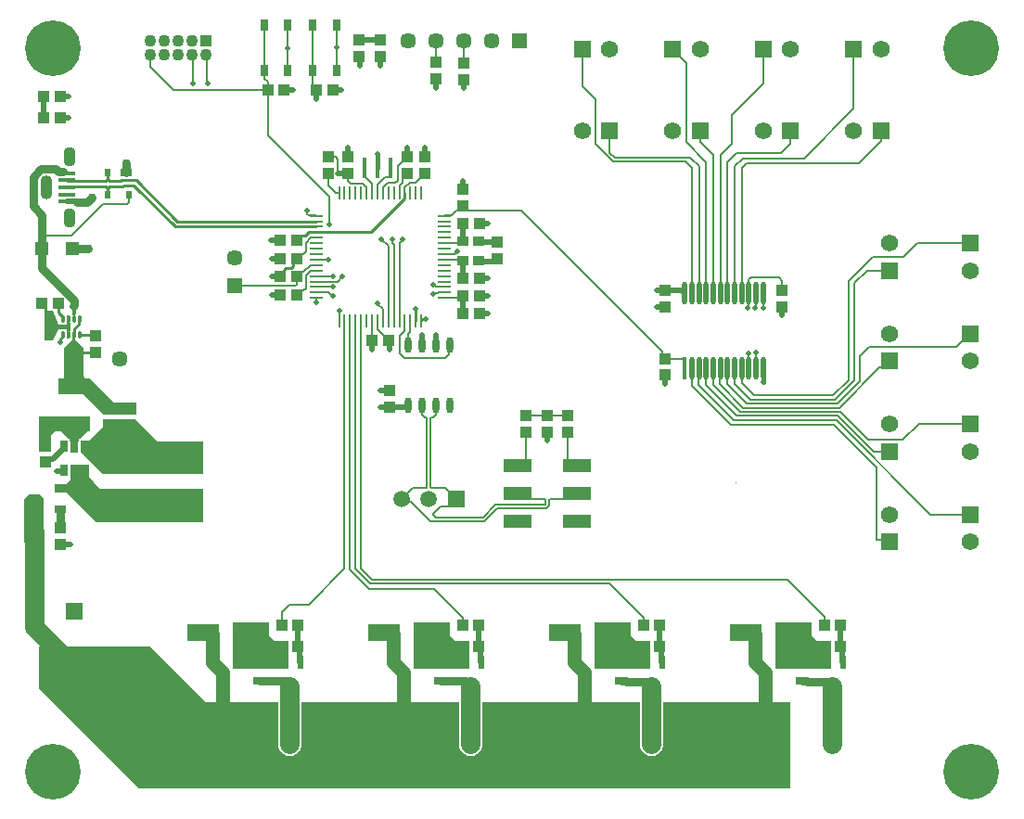
<source format=gbr>
%TF.GenerationSoftware,Altium Limited,Altium Designer,24.2.2 (26)*%
G04 Layer_Physical_Order=1*
G04 Layer_Color=255*
%FSLAX45Y45*%
%MOMM*%
%TF.SameCoordinates,CD070EA7-D628-40BE-AF17-708C1490C7C2*%
%TF.FilePolarity,Positive*%
%TF.FileFunction,Copper,L1,Top,Signal*%
%TF.Part,Single*%
G01*
G75*
%TA.AperFunction,SMDPad,CuDef*%
%ADD10R,3.00000X1.60000*%
G04:AMPARAMS|DCode=11|XSize=0.25mm|YSize=1.25mm|CornerRadius=0.0625mm|HoleSize=0mm|Usage=FLASHONLY|Rotation=0.000|XOffset=0mm|YOffset=0mm|HoleType=Round|Shape=RoundedRectangle|*
%AMROUNDEDRECTD11*
21,1,0.25000,1.12500,0,0,0.0*
21,1,0.12500,1.25000,0,0,0.0*
1,1,0.12500,0.06250,-0.56250*
1,1,0.12500,-0.06250,-0.56250*
1,1,0.12500,-0.06250,0.56250*
1,1,0.12500,0.06250,0.56250*
%
%ADD11ROUNDEDRECTD11*%
G04:AMPARAMS|DCode=12|XSize=0.25mm|YSize=1.25mm|CornerRadius=0.0625mm|HoleSize=0mm|Usage=FLASHONLY|Rotation=270.000|XOffset=0mm|YOffset=0mm|HoleType=Round|Shape=RoundedRectangle|*
%AMROUNDEDRECTD12*
21,1,0.25000,1.12500,0,0,270.0*
21,1,0.12500,1.25000,0,0,270.0*
1,1,0.12500,-0.56250,-0.06250*
1,1,0.12500,-0.56250,0.06250*
1,1,0.12500,0.56250,0.06250*
1,1,0.12500,0.56250,-0.06250*
%
%ADD12ROUNDEDRECTD12*%
G04:AMPARAMS|DCode=13|XSize=0.66mm|YSize=0.32mm|CornerRadius=0.04mm|HoleSize=0mm|Usage=FLASHONLY|Rotation=90.000|XOffset=0mm|YOffset=0mm|HoleType=Round|Shape=RoundedRectangle|*
%AMROUNDEDRECTD13*
21,1,0.66000,0.24000,0,0,90.0*
21,1,0.58000,0.32000,0,0,90.0*
1,1,0.08000,0.12000,0.29000*
1,1,0.08000,0.12000,-0.29000*
1,1,0.08000,-0.12000,-0.29000*
1,1,0.08000,-0.12000,0.29000*
%
%ADD13ROUNDEDRECTD13*%
%ADD14R,0.45493X2.05283*%
G04:AMPARAMS|DCode=15|XSize=2.05283mm|YSize=0.45493mm|CornerRadius=0.22746mm|HoleSize=0mm|Usage=FLASHONLY|Rotation=90.000|XOffset=0mm|YOffset=0mm|HoleType=Round|Shape=RoundedRectangle|*
%AMROUNDEDRECTD15*
21,1,2.05283,0.00000,0,0,90.0*
21,1,1.59790,0.45493,0,0,90.0*
1,1,0.45493,0.00000,0.79895*
1,1,0.45493,0.00000,-0.79895*
1,1,0.45493,0.00000,-0.79895*
1,1,0.45493,0.00000,0.79895*
%
%ADD15ROUNDEDRECTD15*%
%ADD16R,0.53340X1.16840*%
%ADD17R,1.21920X0.76200*%
%ADD18R,1.00000X1.02000*%
%ADD19R,0.40000X1.90000*%
%ADD20R,1.00000X0.70000*%
%ADD21R,0.60000X0.70000*%
%ADD22R,1.20000X1.20000*%
%ADD23R,1.60000X3.00000*%
%ADD24R,0.70000X1.00000*%
%ADD25R,1.50000X0.44800*%
%ADD26R,2.50000X1.20000*%
%ADD27R,0.65000X1.05000*%
%ADD28O,0.60000X1.45000*%
%ADD29R,1.02000X1.00000*%
%ADD30R,1.00000X0.97000*%
%ADD31R,1.00000X0.70000*%
%ADD32R,2.84480X1.39700*%
%TA.AperFunction,Conductor*%
%ADD33C,0.76200*%
%ADD34C,0.20320*%
%ADD35C,0.50800*%
%ADD36C,0.12700*%
%ADD37C,1.27000*%
%ADD38C,0.25400*%
%ADD39C,1.77800*%
%ADD40C,0.12979*%
%ADD41C,0.38100*%
%ADD42C,0.27940*%
%TA.AperFunction,ComponentPad*%
%ADD43C,1.10000*%
%ADD44R,1.10000X1.10000*%
%ADD45C,1.57500*%
%ADD46R,1.57500X1.57500*%
%ADD47C,1.65000*%
%ADD48R,1.65000X1.65000*%
%ADD49R,1.50800X1.50800*%
%ADD50C,1.50800*%
%ADD51C,1.45000*%
%ADD52R,1.45000X1.45000*%
%ADD53O,1.10000X1.80000*%
%ADD54O,1.10000X2.20000*%
%TA.AperFunction,ViaPad*%
%ADD55C,5.08000*%
%TA.AperFunction,ComponentPad*%
%ADD56R,1.57500X1.57500*%
%ADD57R,1.45000X1.45000*%
%ADD58R,1.65000X1.65000*%
%TA.AperFunction,ViaPad*%
%ADD59C,0.50000*%
%ADD60C,0.76200*%
G36*
X6705600Y9062720D02*
X6682740Y9039860D01*
Y9003496D01*
X6679953Y8999324D01*
X6678090Y8989960D01*
Y8989060D01*
X6651030D01*
Y8989960D01*
X6649168Y8999324D01*
X6647906Y9001211D01*
X6647761Y9001944D01*
X6647180Y9002813D01*
Y9042400D01*
X6629400Y9060180D01*
Y9085301D01*
X6644830Y9074991D01*
X6667500Y9070482D01*
X6690169Y9074991D01*
X6705600Y9085301D01*
Y9062720D01*
D02*
G37*
G36*
X6520180Y8910320D02*
X6522720Y8907780D01*
X6551102D01*
X6552560Y8907490D01*
X6576560D01*
X6578018Y8907780D01*
X6596380D01*
Y8918424D01*
X6599167Y8922596D01*
X6601030Y8931960D01*
Y8989960D01*
X6600199Y8994140D01*
X6628921D01*
X6628090Y8989960D01*
Y8931960D01*
X6629952Y8922596D01*
X6631940Y8919621D01*
Y8868751D01*
X6631619Y8867140D01*
Y8854918D01*
X6631423Y8854624D01*
X6631394Y8854482D01*
X6629952Y8852324D01*
X6628090Y8842960D01*
Y8784960D01*
X6628842Y8781176D01*
X6628578Y8780780D01*
X6600199D01*
X6601030Y8784960D01*
Y8842960D01*
X6599167Y8852324D01*
X6596380Y8856496D01*
Y8867140D01*
X6578018D01*
X6576560Y8867430D01*
X6552560D01*
X6551102Y8867140D01*
X6522720D01*
X6474460Y8760460D01*
X6393180D01*
Y9029700D01*
X6474460D01*
X6520180Y8910320D01*
D02*
G37*
G36*
X6678090Y8784960D02*
X6679953Y8775596D01*
X6680200Y8775226D01*
Y8768080D01*
X6751320Y8696960D01*
Y8519160D01*
X6573520D01*
Y8691880D01*
X6649720Y8768080D01*
Y8778373D01*
X6651030Y8784960D01*
Y8790940D01*
X6678090D01*
Y8784960D01*
D02*
G37*
G36*
X7025640Y8196580D02*
X7236460D01*
Y8082280D01*
X6941820D01*
X6753860Y8270240D01*
X6522720Y8270240D01*
Y8412480D01*
X6809740D01*
X7025640Y8196580D01*
D02*
G37*
G36*
X6812280Y7929880D02*
X6789420D01*
X6722990Y7863450D01*
X6707500D01*
Y7847960D01*
X6703060Y7843520D01*
Y7741920D01*
X6631940D01*
Y7843520D01*
X6627500Y7847960D01*
Y7863450D01*
X6612010D01*
X6545580Y7929880D01*
X6490018D01*
X6458716Y7894107D01*
X6456680Y7749540D01*
X6350000D01*
Y8064500D01*
X6357620Y8072120D01*
X6812280D01*
Y7929880D01*
D02*
G37*
G36*
X7421880Y7843520D02*
X7843520D01*
Y7541260D01*
X6926580D01*
X6725920Y7741920D01*
Y7839528D01*
X6726340Y7840157D01*
X6727079Y7843871D01*
X6730793Y7844610D01*
X6732963Y7846060D01*
X6799580D01*
X6931660Y7978140D01*
Y8039100D01*
X7228840D01*
X7421880Y7843520D01*
D02*
G37*
G36*
X12747723Y7497786D02*
Y7494862D01*
X12744798D01*
Y7497786D01*
X12741875D01*
Y7500709D01*
X12747723D01*
Y7497786D01*
D02*
G37*
G36*
X12710525Y7463045D02*
Y7461778D01*
X12709258D01*
Y7463045D01*
X12707991D01*
Y7464311D01*
X12710525D01*
Y7463045D01*
D02*
G37*
G36*
X6799580Y7514590D02*
X6896100Y7404100D01*
X7843520D01*
Y7101840D01*
X6868160D01*
X6596380Y7373620D01*
X6492240D01*
Y7447280D01*
X6593840D01*
X6631940Y7485380D01*
Y7625080D01*
X6799580D01*
Y7514590D01*
D02*
G37*
G36*
X6390640Y7317740D02*
Y6913880D01*
X6212840D01*
Y7315200D01*
X6250940Y7353300D01*
X6355080D01*
X6390640Y7317740D01*
D02*
G37*
G36*
X13398500Y6070600D02*
X13449300Y6019800D01*
X13576300D01*
Y5765800D01*
X13068300D01*
Y6184900D01*
X13398500D01*
Y6070600D01*
D02*
G37*
G36*
X11747500D02*
X11798300Y6019800D01*
X11925300D01*
Y5765800D01*
X11417300D01*
Y6184900D01*
X11747500D01*
Y6070600D01*
D02*
G37*
G36*
X10096500D02*
X10147300Y6019800D01*
X10274300D01*
Y5765800D01*
X9766300D01*
Y6184900D01*
X10096500D01*
Y6070600D01*
D02*
G37*
G36*
X8445500D02*
X8496300Y6019800D01*
X8623300D01*
Y5765800D01*
X8115300D01*
Y6184900D01*
X8445500D01*
Y6070600D01*
D02*
G37*
G36*
X7874000Y5461000D02*
X8526160D01*
Y5080000D01*
X8529903Y5051571D01*
X8540876Y5025080D01*
X8558332Y5002332D01*
X8581080Y4984876D01*
X8607571Y4973903D01*
X8636000Y4970160D01*
X8664429Y4973903D01*
X8690920Y4984876D01*
X8713668Y5002332D01*
X8731124Y5025080D01*
X8742097Y5051571D01*
X8745840Y5080000D01*
Y5461000D01*
X10177160D01*
Y5080000D01*
X10180903Y5051571D01*
X10191876Y5025080D01*
X10209332Y5002332D01*
X10232080Y4984876D01*
X10258571Y4973903D01*
X10287000Y4970160D01*
X10315429Y4973903D01*
X10341920Y4984876D01*
X10364668Y5002332D01*
X10382124Y5025080D01*
X10393097Y5051571D01*
X10396840Y5080000D01*
Y5461000D01*
X11828160D01*
Y5080000D01*
X11831903Y5051571D01*
X11842876Y5025080D01*
X11860332Y5002332D01*
X11883080Y4984876D01*
X11909571Y4973903D01*
X11938000Y4970160D01*
X11966429Y4973903D01*
X11992920Y4984876D01*
X12015668Y5002332D01*
X12033124Y5025080D01*
X12044097Y5051571D01*
X12047840Y5080000D01*
Y5461000D01*
X13208000D01*
Y4673600D01*
X7264400D01*
X6350000Y5588000D01*
Y5969000D01*
X7366000D01*
X7874000Y5461000D01*
D02*
G37*
D10*
X9495500Y6096000D02*
D03*
X9935500D02*
D03*
X13237500D02*
D03*
X12797500D02*
D03*
X7844500D02*
D03*
X8284500D02*
D03*
X11146500D02*
D03*
X11586500D02*
D03*
D11*
X9085480Y10107900D02*
D03*
X9135480D02*
D03*
X9185480D02*
D03*
X9235480D02*
D03*
X9285480D02*
D03*
X9335480D02*
D03*
X9385480D02*
D03*
X9435480D02*
D03*
X9485480D02*
D03*
X9535480D02*
D03*
X9585480D02*
D03*
X9635480D02*
D03*
X9685480D02*
D03*
X9735480D02*
D03*
X9785480D02*
D03*
X9835480D02*
D03*
Y8942900D02*
D03*
X9785480D02*
D03*
X9735480D02*
D03*
X9685480D02*
D03*
X9635480D02*
D03*
X9585480D02*
D03*
X9535480D02*
D03*
X9485480D02*
D03*
X9435480D02*
D03*
X9385480D02*
D03*
X9335480D02*
D03*
X9285480D02*
D03*
X9235480D02*
D03*
X9185480D02*
D03*
X9135480D02*
D03*
X9085480D02*
D03*
D12*
X10042980Y9900400D02*
D03*
Y9850400D02*
D03*
Y9800400D02*
D03*
Y9750400D02*
D03*
Y9700400D02*
D03*
Y9650400D02*
D03*
Y9600400D02*
D03*
Y9550400D02*
D03*
Y9500400D02*
D03*
Y9450400D02*
D03*
Y9400400D02*
D03*
Y9350400D02*
D03*
Y9300400D02*
D03*
Y9250400D02*
D03*
Y9200400D02*
D03*
Y9150400D02*
D03*
X8877980D02*
D03*
Y9200400D02*
D03*
Y9250400D02*
D03*
Y9300400D02*
D03*
Y9350400D02*
D03*
Y9400400D02*
D03*
Y9450400D02*
D03*
Y9500400D02*
D03*
Y9550400D02*
D03*
Y9600400D02*
D03*
Y9650400D02*
D03*
Y9700400D02*
D03*
Y9750400D02*
D03*
Y9800400D02*
D03*
Y9850400D02*
D03*
Y9900400D02*
D03*
D13*
X6564560Y8813960D02*
D03*
X6614560D02*
D03*
X6664560D02*
D03*
X6714560D02*
D03*
Y8960960D02*
D03*
X6664560D02*
D03*
X6614560D02*
D03*
X6564560D02*
D03*
D14*
X12240900Y8509386D02*
D03*
D15*
X12305900D02*
D03*
X12370900D02*
D03*
X12435900D02*
D03*
X12500900D02*
D03*
X12565900D02*
D03*
X12630900D02*
D03*
X12695900D02*
D03*
X12760900D02*
D03*
X12825900D02*
D03*
X12890900D02*
D03*
X12955901D02*
D03*
Y9194414D02*
D03*
X12890900D02*
D03*
X12825900D02*
D03*
X12760900D02*
D03*
X12695900D02*
D03*
X12630900D02*
D03*
X12565900D02*
D03*
X12500900D02*
D03*
X12435900D02*
D03*
X12370900D02*
D03*
X12305900D02*
D03*
X12240900D02*
D03*
D16*
X10380980Y5824220D02*
D03*
X10193020D02*
D03*
X10287000Y5605780D02*
D03*
X13682980Y5824220D02*
D03*
X13495020D02*
D03*
X13589000Y5605780D02*
D03*
X8636000D02*
D03*
X8542020Y5824220D02*
D03*
X8729980D02*
D03*
X11938000Y5605780D02*
D03*
X11844020Y5824220D02*
D03*
X12031980D02*
D03*
D17*
X9674860Y5651500D02*
D03*
X10010140D02*
D03*
X12976860D02*
D03*
X13312140D02*
D03*
X11661140D02*
D03*
X11325860D02*
D03*
X8359140D02*
D03*
X8023860D02*
D03*
D18*
X10362900Y5969000D02*
D03*
X10211100D02*
D03*
X10362900Y6159500D02*
D03*
X10211100D02*
D03*
X13664900Y5969000D02*
D03*
X13513100D02*
D03*
X13664900Y6159500D02*
D03*
X13513100D02*
D03*
X9539940Y8763000D02*
D03*
X9388140D02*
D03*
X8547100Y9677400D02*
D03*
X8698900D02*
D03*
X8547100Y9177020D02*
D03*
X8698900D02*
D03*
X8547400Y9509760D02*
D03*
X8699200D02*
D03*
X8547400Y9344660D02*
D03*
X8699200D02*
D03*
X8560100Y6159500D02*
D03*
X8711900D02*
D03*
X8560100Y5969000D02*
D03*
X8711900D02*
D03*
X11862100Y6159500D02*
D03*
X12013900D02*
D03*
X11862100Y5969000D02*
D03*
X12013900D02*
D03*
X8433100Y11049000D02*
D03*
X8584900D02*
D03*
X10216180Y9329420D02*
D03*
X10367980D02*
D03*
X10216180Y9006840D02*
D03*
X10367980D02*
D03*
X10216180Y9827260D02*
D03*
X10367980D02*
D03*
Y9166860D02*
D03*
X10216180D02*
D03*
X8877600Y11049000D02*
D03*
X9029400D02*
D03*
X6519880Y9103360D02*
D03*
X6368080D02*
D03*
X6385860Y10988040D02*
D03*
X6537660D02*
D03*
X6385860Y10797540D02*
D03*
X6537660D02*
D03*
D19*
X9316100Y10335260D02*
D03*
X9436100D02*
D03*
X9556100D02*
D03*
D20*
X7144840Y10292080D02*
D03*
D21*
X6974840D02*
D03*
Y10092080D02*
D03*
X7164840D02*
D03*
D22*
X6650320Y9601200D02*
D03*
X6370320D02*
D03*
D23*
X7157720Y7692680D02*
D03*
Y7252680D02*
D03*
X7762240D02*
D03*
Y7692680D02*
D03*
D24*
X6572500Y7793450D02*
D03*
X6667500D02*
D03*
X6762500D02*
D03*
Y7573550D02*
D03*
X6667500D02*
D03*
X6572500D02*
D03*
D25*
X6603500Y10160000D02*
D03*
Y10225000D02*
D03*
Y10095000D02*
D03*
Y10290000D02*
D03*
Y10030000D02*
D03*
D26*
X11260500Y7616000D02*
D03*
X10710500D02*
D03*
Y7116000D02*
D03*
X11260500D02*
D03*
Y7366000D02*
D03*
X10710500D02*
D03*
D27*
X9061000Y11637500D02*
D03*
Y11222500D02*
D03*
X8846000Y11637500D02*
D03*
Y11222500D02*
D03*
X8616500Y11637500D02*
D03*
Y11222500D02*
D03*
X8401500Y11637500D02*
D03*
Y11222500D02*
D03*
D28*
X9715500Y8173000D02*
D03*
X9842500D02*
D03*
X9969500D02*
D03*
X10096500D02*
D03*
X9715500Y8718000D02*
D03*
X9842500D02*
D03*
X9969500D02*
D03*
X10096500D02*
D03*
D29*
X11176000Y7925100D02*
D03*
Y8076900D02*
D03*
X10795000Y7925100D02*
D03*
Y8076900D02*
D03*
X9542780Y8150860D02*
D03*
Y8302660D02*
D03*
X10985500Y8076900D02*
D03*
Y7925100D02*
D03*
X13131799Y9070640D02*
D03*
Y9222440D02*
D03*
X12065000Y8445500D02*
D03*
Y8597300D02*
D03*
Y9222440D02*
D03*
Y9070640D02*
D03*
X10215880Y9987580D02*
D03*
Y10139380D02*
D03*
X9865360Y10289840D02*
D03*
Y10441640D02*
D03*
X9166860Y10289540D02*
D03*
Y10441340D02*
D03*
X9705340Y10289840D02*
D03*
Y10441640D02*
D03*
X8983980Y10439100D02*
D03*
Y10287300D02*
D03*
X10528300Y9507520D02*
D03*
Y9659320D02*
D03*
X9969500Y11300460D02*
D03*
Y11148660D02*
D03*
X10223500Y11295080D02*
D03*
Y11143280D02*
D03*
X9461500Y11505900D02*
D03*
Y11354100D02*
D03*
X9271000Y11505900D02*
D03*
Y11354100D02*
D03*
X6403340Y7650780D02*
D03*
Y7802580D02*
D03*
X6543040Y6904020D02*
D03*
Y7055820D02*
D03*
X7175500Y8140400D02*
D03*
Y7988600D02*
D03*
X6985000Y8140400D02*
D03*
Y7988600D02*
D03*
X6860540Y8808420D02*
D03*
Y8656620D02*
D03*
D30*
X10216040Y9664700D02*
D03*
X10363040D02*
D03*
X10216040Y9486900D02*
D03*
X10363040D02*
D03*
D31*
X6543040Y7221220D02*
D03*
Y7411220D02*
D03*
X6303040Y7316220D02*
D03*
D32*
X6667500Y8001000D02*
D03*
Y8341000D02*
D03*
D33*
X6692900Y10027810D02*
X6789310D01*
X6827520Y10066020D01*
X13566141Y5637530D02*
X13589000Y5614670D01*
Y5605780D02*
Y5614670D01*
X13312140Y5651500D02*
X13357318D01*
X13358401Y5650417D01*
X13557249Y5637530D02*
X13566141D01*
X13358401Y5650417D02*
X13544363D01*
X13557249Y5637530D01*
X11707402Y5650417D02*
X11893363D01*
X11906250Y5637530D01*
X11915140D02*
X11938000Y5614670D01*
Y5605780D02*
Y5614670D01*
X11661140Y5651500D02*
X11706318D01*
X11707402Y5650417D01*
X11906250Y5637530D02*
X11915140D01*
X10266680Y5626100D02*
X10275570D01*
X10287000Y5605780D02*
Y5614670D01*
X10010140Y5651500D02*
X10241280D01*
X10266680Y5626100D01*
X10275570D02*
X10287000Y5614670D01*
X6667500Y9080500D02*
Y9129720D01*
X6499400Y10328100D02*
X6521800Y10305700D01*
X6366652Y10328100D02*
X6499400D01*
X6521800Y10305700D02*
X6566600D01*
X6353417Y10316900D02*
X6355453D01*
X6291580Y10255063D02*
X6353417Y10316900D01*
X6355453D02*
X6366652Y10328100D01*
X6291580Y9986254D02*
Y10255063D01*
X8359140Y5651500D02*
X8599170D01*
X8636000Y5614670D01*
Y5605780D02*
Y5614670D01*
X6370320Y9720580D02*
Y9907514D01*
Y9601200D02*
Y9720580D01*
X7145020Y10292260D02*
Y10380980D01*
X7144840Y10292080D02*
X7145020Y10292260D01*
X6650320Y9601200D02*
X6797040D01*
X6370320Y9426900D02*
X6667500Y9129720D01*
X6370320Y9426900D02*
Y9601200D01*
X6291580Y9986254D02*
X6370320Y9907514D01*
X6543040Y7055820D02*
Y7195820D01*
D34*
X12890900Y8509386D02*
X12891969Y8510456D01*
Y8655250D01*
X12893040Y8656320D01*
X8794079Y9914643D02*
Y9951121D01*
Y9914643D02*
X8805982Y9902740D01*
X8875640D01*
X8877980Y9900400D01*
X8560100Y6281720D02*
X8630920Y6352540D01*
X8809460D01*
X9135480Y6678560D01*
Y8942900D01*
X8560100Y6159500D02*
Y6281720D01*
X9636760Y8646160D02*
X9685020Y8597900D01*
X10050780D02*
X10089994Y8637114D01*
X9685020Y8597900D02*
X10050780D01*
X9636760Y8801046D02*
X9672374Y8836660D01*
X9636760Y8646160D02*
Y8801046D01*
X9673577Y8836660D02*
X9685480Y8848563D01*
Y8942900D01*
X9672374Y8836660D02*
X9673577D01*
X10089994Y8711494D02*
X10096500Y8718000D01*
X10089994Y8637114D02*
Y8711494D01*
X9715500Y8718000D02*
Y8818880D01*
X9735480Y8838860D01*
X12847321Y9339580D02*
X13098779D01*
X13131799Y9306560D01*
Y9222440D02*
Y9306560D01*
X12822229Y9190743D02*
X12825900Y9194414D01*
Y9318160D01*
X12847321Y9339580D01*
X8846000Y11080600D02*
Y11222500D01*
Y11080600D02*
X8877600Y11049000D01*
X8846000Y11222500D02*
Y11637500D01*
X9060180Y11223320D02*
X9061000Y11222500D01*
X9060180Y11223320D02*
Y11437620D01*
Y11636680D02*
X9061000Y11637500D01*
X9060180Y11437620D02*
Y11636680D01*
X8615680Y11223320D02*
X8616500Y11222500D01*
X8615680Y11223320D02*
Y11427460D01*
Y11636680D01*
X8616500Y11637500D01*
X9571850Y9648330D02*
Y9683890D01*
Y9648330D02*
X9585480Y9634700D01*
X9570720Y9685020D02*
X9571850Y9683890D01*
X9585480Y8942900D02*
Y9634700D01*
X9474200Y9687560D02*
X9535480Y9626280D01*
Y8942900D02*
Y9626280D01*
X9635480Y9647769D02*
X9664700Y9676989D01*
Y9685020D01*
X9635480Y8942900D02*
Y9647769D01*
X9438640Y9095329D02*
X9485480Y9048489D01*
X9438640Y9095329D02*
Y9103360D01*
X9485480Y8942900D02*
Y9048489D01*
X8401500Y11222500D02*
Y11637500D01*
X8433100Y10637220D02*
Y11049000D01*
Y10637220D02*
X8996680Y10073640D01*
Y9822180D02*
Y10073640D01*
X7366000Y11259820D02*
Y11366500D01*
X7576820Y11049000D02*
X8433100D01*
X7366000Y11259820D02*
X7576820Y11049000D01*
X8433100D02*
Y11122360D01*
X8404037Y11151423D02*
X8433100Y11122360D01*
X8401500Y11222500D02*
X8404037Y11219963D01*
Y11151423D02*
Y11219963D01*
X8990730Y9501270D02*
X8991600Y9502140D01*
X8877980Y9500400D02*
X8878850Y9501270D01*
X8990730D01*
X7874000Y11366500D02*
X7879080Y11361420D01*
Y11115040D02*
Y11361420D01*
Y11115040D02*
X7884160Y11109960D01*
X7749540Y11112500D02*
Y11363960D01*
Y11112500D02*
X7752080Y11109960D01*
X7747000Y11366500D02*
X7749540Y11363960D01*
X8877980Y9200400D02*
X8990669D01*
X9021669Y9169400D02*
X9029700D01*
X8990669Y9200400D02*
X9021669Y9169400D01*
X9075420Y10289540D02*
Y10416540D01*
X9052860Y10439100D02*
X9075420Y10416540D01*
X9968091Y9198060D02*
X9990640D01*
X9992980Y9200400D01*
X9946640Y9184640D02*
X9954671D01*
X9968091Y9198060D01*
X9992980Y9200400D02*
X10042980D01*
X9970391Y9252740D02*
X10040640D01*
X9954671Y9268460D02*
X9970391Y9252740D01*
X9946640Y9268460D02*
X9954671D01*
X10040640Y9252740D02*
X10042980Y9250400D01*
X8874760Y9105900D02*
Y9148060D01*
X8877100Y9150400D02*
X8877980D01*
X8874760Y9148060D02*
X8877100Y9150400D01*
X9085530Y8942950D02*
Y9034730D01*
X9085480Y8942900D02*
X9085530Y8942950D01*
Y9034730D02*
X9085580Y9034780D01*
X12822229Y9064673D02*
Y9190743D01*
X12818558Y9061002D02*
X12822229Y9064673D01*
X12885420Y9060180D02*
X12888161Y9062920D01*
Y9191674D01*
X12890900Y9194414D01*
X12824460Y8641080D02*
X12825180Y8640360D01*
Y8510106D02*
Y8640360D01*
Y8510106D02*
X12825900Y8509386D01*
X9072571Y9300400D02*
X9118600Y9346429D01*
Y9347200D01*
X9028630Y9251470D02*
X9029700Y9252540D01*
X8877980Y9250400D02*
X8879050Y9251470D01*
X9028630D01*
X12956219Y9060500D02*
X12956540Y9060180D01*
X12955901Y9194414D02*
X12956219Y9194094D01*
Y9060500D02*
Y9194094D01*
X8877980Y9300400D02*
X9072571D01*
X9028630Y9349330D02*
X9029700Y9348260D01*
X8877980Y9350400D02*
X8879050Y9349330D01*
X9028630D01*
X9435480Y10107900D02*
Y10182240D01*
X9503660Y10250420D01*
X9546260D01*
X9385480Y10107900D02*
Y10190880D01*
X9325940Y10250420D02*
X9385480Y10190880D01*
X10223500Y11295080D02*
Y11493500D01*
X9969500Y11300460D02*
Y11493500D01*
X10134859Y9552740D02*
X10155379Y9573260D01*
X10045320Y9552740D02*
X10134859D01*
X10155379Y9573260D02*
X10163410D01*
X10042980Y9550400D02*
X10045320Y9552740D01*
X9359311Y6497320D02*
X9949180D01*
X9185480Y6671151D02*
X9359311Y6497320D01*
X9949180D02*
X10211100Y6235400D01*
X11551920Y6540500D02*
X11862100Y6230320D01*
X9372680Y6540500D02*
X11551920D01*
X9235480Y6677700D02*
X9372680Y6540500D01*
X9285480Y6683500D02*
X9387840Y6581140D01*
X13174980D02*
X13513100Y6243020D01*
X9387840Y6581140D02*
X13174980D01*
X9285480Y6683500D02*
Y8942900D01*
X9235480Y6677700D02*
Y8942900D01*
X9185480Y6671151D02*
Y8942900D01*
X10211100Y6159500D02*
Y6235400D01*
X11862100Y6159500D02*
Y6230320D01*
X13513100Y6159500D02*
Y6243020D01*
X10199720Y9150400D02*
X10216180Y9166860D01*
X10042980Y9150400D02*
X10199720D01*
X10042980Y9500400D02*
X10202540D01*
X10216040Y9486900D01*
X10201740Y9650400D02*
X10216040Y9664700D01*
X10042980Y9650400D02*
X10201740D01*
X9325940Y10250420D02*
Y10325420D01*
X9316100Y10335260D02*
X9325940Y10325420D01*
X9546260Y10250420D02*
X9556100Y10260260D01*
Y10335260D01*
X9596120Y10198100D02*
X9618980Y10220960D01*
Y10356280D02*
X9704340Y10441640D01*
X9618980Y10220960D02*
Y10356280D01*
X9485480Y10157900D02*
X9525680Y10198100D01*
X9596120D01*
X9704340Y10441640D02*
X9705340D01*
X9485480Y10107900D02*
Y10157900D01*
X9732700Y10205120D02*
X9779640D01*
X9864360Y10289840D02*
X9865360D01*
X9779640Y10205120D02*
X9864360Y10289840D01*
X9685480Y10157900D02*
X9732700Y10205120D01*
X9685480Y10107900D02*
Y10157900D01*
X9636760Y10177780D02*
X9664500Y10205520D01*
Y10250000D01*
X9635480Y10107900D02*
X9636760Y10109180D01*
Y10177780D01*
X9664500Y10250000D02*
X9704340Y10289840D01*
X9705340D01*
X8983980Y10180557D02*
X9054403Y10110134D01*
X9083245D01*
X9085480Y10107900D01*
X8983980Y10180557D02*
Y10287300D01*
Y10439100D02*
X9052860D01*
X9333140Y10110240D02*
Y10160240D01*
X9194003Y10189450D02*
X9303930D01*
X9333140Y10110240D02*
X9335480Y10107900D01*
X9303930Y10189450D02*
X9333140Y10160240D01*
X9166860Y10216593D02*
X9194003Y10189450D01*
X9166860Y10216593D02*
Y10289540D01*
X9735480Y8838860D02*
Y8942900D01*
X9385480Y8765660D02*
X9388140Y8763000D01*
X9435480Y8867460D02*
X9499100Y8803840D01*
X9539940Y8763000D02*
Y8764000D01*
X9500100Y8803840D02*
X9539940Y8764000D01*
X9499100Y8803840D02*
X9500100D01*
X9435480Y8867460D02*
Y8942900D01*
X9385480Y8765660D02*
Y8942900D01*
X8763000Y9217660D02*
X8782190Y9236850D01*
X8698900Y9177820D02*
X8738740Y9217660D01*
X8782190Y9236850D02*
Y9354610D01*
X8738740Y9217660D02*
X8763000D01*
X8698900Y9177020D02*
Y9177820D01*
X8699200Y9510760D02*
X8739040Y9550600D01*
X8760660D02*
X8782340Y9572280D01*
X8699200Y9509760D02*
Y9510760D01*
X8739040Y9550600D02*
X8760660D01*
X8782340Y9572280D02*
Y9654760D01*
X8782190Y9354610D02*
X8827980Y9400400D01*
X8877980D01*
X8130540Y9258300D02*
X8133080Y9260840D01*
X8686200D01*
X8699200Y9273840D01*
Y9344660D01*
X8739040Y9385500D02*
X8763080D01*
X8699200Y9345660D02*
X8739040Y9385500D01*
X8827980Y9450400D02*
X8877980D01*
X8763080Y9385500D02*
X8827980Y9450400D01*
X8699200Y9344660D02*
Y9345660D01*
X8782340Y9654760D02*
X8827980Y9700400D01*
X8877980D01*
X6370320Y9720580D02*
X6644640D01*
X6934200Y10010140D02*
X7152937D01*
X6644640Y9720580D02*
X6934200Y10010140D01*
X7164840Y10022043D02*
Y10092080D01*
X7152937Y10010140D02*
X7164840Y10022043D01*
D35*
X8465820Y9677400D02*
X8547100D01*
X9539940Y8763000D02*
X9545320Y8757620D01*
Y8676640D02*
Y8757620D01*
X13681709Y5825490D02*
Y5952190D01*
X13664900Y5969000D02*
Y6159500D01*
X12030710Y5825490D02*
Y5952190D01*
X12013900Y5969000D02*
Y6159500D01*
X10379710Y5825490D02*
Y5952190D01*
X10362900Y5969000D02*
Y6159500D01*
X8711900Y5969000D02*
Y6159500D01*
X8728710Y5825490D02*
Y5952190D01*
X8711900Y5969000D02*
X8728710Y5952190D01*
Y5825490D02*
X8729980Y5824220D01*
X12065000Y8366760D02*
Y8445500D01*
X10213340Y10141920D02*
X10215880Y10139380D01*
X10213340Y10141920D02*
Y10218420D01*
X12065000Y9222440D02*
X12212874D01*
X12240900Y9194414D01*
X11983720Y9070340D02*
X12064700D01*
X12065000Y9070640D01*
X11983720Y9220200D02*
X12062760D01*
X12065000Y9222440D01*
X9271000Y11505900D02*
X9461500D01*
X9273540Y11272520D02*
Y11351560D01*
X9271000Y11354100D02*
X9273540Y11351560D01*
X9458960D02*
X9461500Y11354100D01*
X9458960Y11269980D02*
Y11351560D01*
X8584900Y11049000D02*
X8587440Y11046460D01*
X8663940D01*
X9031940D02*
X9108440D01*
X9029400Y11049000D02*
X9031940Y11046460D01*
X8879840Y10967720D02*
Y11046760D01*
X8877600Y11049000D02*
X8879840Y11046760D01*
X10223500Y11064240D02*
Y11143280D01*
X9075420Y10289540D02*
X9166860D01*
X13131799Y8989060D02*
Y9070640D01*
X9842500Y8718000D02*
Y8815870D01*
X9969500Y8718000D02*
Y8815870D01*
X10367980Y9006840D02*
X10447020D01*
X9969500Y11066780D02*
Y11148660D01*
X6385860Y10797540D02*
Y10988040D01*
X6537660Y10797540D02*
X6616700D01*
X6540200Y10985500D02*
X6616700D01*
X6537660Y10988040D02*
X6540200Y10985500D01*
X10216180Y9006840D02*
Y9166860D01*
X10216110Y9329490D02*
Y9486830D01*
X10216040Y9486900D02*
X10216110Y9486830D01*
Y9329490D02*
X10216180Y9329420D01*
X10365730Y9662010D02*
X10525610D01*
X10363040Y9664700D02*
X10365730Y9662010D01*
X10525610D02*
X10528300Y9659320D01*
X10216110Y9664770D02*
Y9827190D01*
X10216180Y9827260D01*
X10216040Y9664700D02*
X10216110Y9664770D01*
X10985500Y7846060D02*
Y7925100D01*
X10367980Y9166860D02*
X10447020D01*
X10367980Y9827260D02*
X10447020D01*
X10505140Y9484360D02*
X10528300Y9507520D01*
X10444480Y9484360D02*
X10505140D01*
X10365580D02*
X10444480D01*
X10363040Y9486900D02*
X10365580Y9484360D01*
X10367980Y9329420D02*
X10447020D01*
X9865360Y10441640D02*
Y10520680D01*
X9705340Y10441640D02*
Y10520680D01*
X9166860Y10441340D02*
Y10520680D01*
X9715500Y8155110D02*
Y8173000D01*
X9542780Y8150860D02*
X9711250D01*
X9715500Y8155110D01*
X9461500Y8150860D02*
X9542780D01*
X9461500Y8303260D02*
X9542180D01*
X9542780Y8302660D01*
X9385300Y8676640D02*
Y8760160D01*
X9388140Y8763000D01*
X8468360Y9509760D02*
X8547400D01*
X8468360Y9177020D02*
X8547100D01*
X8468360Y9344660D02*
X8547400D01*
X6603500Y10030000D02*
X6603960Y10030460D01*
X6675120D01*
X6543040Y6904020D02*
X6543340Y6903720D01*
X6637020D01*
X6504940Y7569200D02*
X6568150D01*
X6572500Y7573550D01*
X6403340Y7650780D02*
X6427940Y7675380D01*
X6572500Y7778450D02*
Y7793450D01*
X6469430Y7675380D02*
X6572500Y7778450D01*
X6427940Y7675380D02*
X6469430D01*
D36*
X12689840Y8034020D02*
X13624561D01*
X14485080Y7173500D01*
X14848000D01*
X6662420Y8592820D02*
X6663490Y8593890D01*
Y8812890D01*
X6664560Y8813960D01*
X6667500Y8963900D02*
Y9080500D01*
X6664560Y8960960D02*
X6667500Y8963900D01*
X12760900Y8371900D02*
Y8509386D01*
X12872720Y8260080D02*
X13596620D01*
X12760900Y8371900D02*
X12872720Y8260080D01*
X13632179Y8186420D02*
X13838010Y8392250D01*
X12630900Y8362200D02*
X12806680Y8186420D01*
X13632179D01*
X12839700Y8219440D02*
X13614400D01*
X13789661Y8394700D01*
X12695900Y8363240D02*
X12839700Y8219440D01*
X13596620Y8260080D02*
X13736320Y8399780D01*
Y9304020D01*
X13789661Y8394700D02*
Y9283700D01*
X13838010Y8392250D02*
Y8615770D01*
X12562840Y8361680D02*
X12776200Y8148320D01*
X13652499D01*
X14046959Y8513459D02*
X14108000Y8574500D01*
X13652499Y8148320D02*
X14017639Y8513459D01*
X14046959D01*
X14723000Y8699500D02*
X14848000Y8824500D01*
X13838010Y8615770D02*
X13921741Y8699500D01*
X14723000D01*
X13599159Y7993380D02*
X13990860Y7601680D01*
Y6946180D02*
X13998300Y6938740D01*
X14092760D02*
X14108000Y6923500D01*
X13998300Y6938740D02*
X14092760D01*
X13990860Y6946180D02*
Y7601680D01*
X12305900Y8346840D02*
X12659360Y7993380D01*
X13599159D01*
X14232040Y7854100D02*
X14376939Y7999000D01*
X13913699Y7854100D02*
X14232040D01*
X14376939Y7999000D02*
X14848000D01*
X12500900Y8355040D02*
X12745720Y8110220D01*
X13657581D02*
X13913699Y7854100D01*
X12745720Y8110220D02*
X13657581D01*
X13637260Y8074660D02*
X13962920Y7749000D01*
X12435900Y8354000D02*
X12715240Y8074660D01*
X13637260D01*
X12367260Y8356600D02*
X12689840Y8034020D01*
X12760900Y9194414D02*
Y10335320D01*
X12804021Y10378440D01*
X13830299D01*
X12695900Y9194414D02*
Y10351480D01*
X12768580Y10424160D01*
X13329919D01*
X12630900Y10386580D02*
X12714200Y10469880D01*
X12630900Y9194414D02*
Y10386580D01*
X12714200Y10469880D02*
X13035280D01*
X12565900Y9194414D02*
Y10456660D01*
X12666980Y10557740D01*
Y10822940D01*
X12956000Y11111960D01*
X12435900Y9194414D02*
Y10391080D01*
X12255500Y10571480D02*
X12435900Y10391080D01*
X12255500Y10571480D02*
Y11294000D01*
X11600180Y10431780D02*
X12291060D01*
X12370900Y10351940D01*
Y9194414D02*
Y10351940D01*
X11555000Y10476960D02*
X11600180Y10431780D01*
X11422380Y10558780D02*
Y10965180D01*
X11584940Y10396220D02*
X12250420D01*
X11422380Y10558780D02*
X11584940Y10396220D01*
X11555000Y10476960D02*
Y10679000D01*
X12500900Y9194414D02*
Y10453080D01*
X12380500Y10573480D02*
X12500900Y10453080D01*
X12380500Y10573480D02*
Y10679000D01*
X12250420Y10396220D02*
X12305900Y10340740D01*
Y9194414D02*
Y10340740D01*
X11305000Y11082560D02*
X11422380Y10965180D01*
X11305000Y11082560D02*
Y11419000D01*
X12130500D02*
X12255500Y11294000D01*
X12956000Y11111960D02*
Y11419000D01*
X13119099Y10469880D02*
X13206000Y10556780D01*
X13035280Y10469880D02*
X13035280Y10469880D01*
X13119099D01*
X13206000Y10556780D02*
Y10679000D01*
X13329919Y10424160D02*
X13781500Y10875740D01*
Y11419000D01*
X13830299Y10378440D02*
X14031500Y10579640D01*
Y10679000D01*
X13962920Y7749000D02*
X14108000D01*
X13905960Y9400000D02*
X14108000D01*
X13789661Y9283700D02*
X13905960Y9400000D01*
X13736320Y9304020D02*
X13957300Y9525000D01*
X14237910D02*
X14362910Y9650000D01*
X13957300Y9525000D02*
X14237910D01*
X12305900Y8346840D02*
Y8509386D01*
X12367260Y8356600D02*
Y8505746D01*
X12435900Y8354000D02*
Y8509386D01*
X12500900Y8355040D02*
Y8509386D01*
X12562840Y8361680D02*
Y8506326D01*
X12565900Y8509386D01*
X12367260Y8505746D02*
X12370900Y8509386D01*
X12630900Y8362200D02*
Y8509386D01*
X12695900Y8363240D02*
Y8509386D01*
X14362910Y9650000D02*
X14848000D01*
D37*
X9674860Y5299710D02*
Y5732640D01*
X8023860Y5651500D02*
Y5732640D01*
X12976860Y5299710D02*
Y5732640D01*
X11325860Y5299710D02*
Y5732640D01*
X8023860Y5299710D02*
Y5651500D01*
X12884000Y5825500D02*
Y6079500D01*
Y5825500D02*
X12976860Y5732640D01*
X11233000Y5825500D02*
Y6079500D01*
Y5825500D02*
X11325860Y5732640D01*
X9582000Y5825500D02*
Y6079500D01*
Y5825500D02*
X9674860Y5732640D01*
X7931000Y5825500D02*
X8023860Y5732640D01*
X7844500Y6096000D02*
X7914500D01*
X7931000Y5825500D02*
Y6079500D01*
X7914500Y6096000D02*
X7931000Y6079500D01*
D38*
X9785280Y8943100D02*
Y9046280D01*
Y8943100D02*
X9785480Y8942900D01*
X9784080Y9047480D02*
X9785280Y9046280D01*
X9835480Y8960520D02*
X9835680Y8960720D01*
X9875520D01*
X9835480Y8942900D02*
Y8960520D01*
X6725920Y8661400D02*
X6730700Y8656620D01*
X6860540D01*
X8661900Y9472460D02*
X8699200Y9509760D01*
X8599579Y9423400D02*
X8646521D01*
X8661900Y9438779D02*
Y9472460D01*
X8646521Y9423400D02*
X8661900Y9438779D01*
X8584700Y9381960D02*
Y9408521D01*
X8599579Y9423400D01*
X8547400Y9344660D02*
X8584700Y9381960D01*
X9685280Y10055830D02*
Y10107700D01*
X9379850Y9750400D02*
X9685280Y10055830D01*
X8877980Y9750400D02*
X9379850D01*
X9685280Y10107700D02*
X9685480Y10107900D01*
X8698900Y9677400D02*
Y9678200D01*
X8736200Y9715500D01*
X8778240D01*
X8813140Y9750400D01*
X8877980D01*
X6664560Y8813960D02*
X6664960Y8814360D01*
Y8867140D01*
X6405380Y9030200D02*
Y9066060D01*
Y9030200D02*
X6413500Y9022080D01*
X6368080Y9103360D02*
X6405380Y9066060D01*
X6519880Y9103360D02*
X6525260Y9097980D01*
X6564560Y8960960D02*
Y8977960D01*
X6525260Y9017260D02*
X6564560Y8977960D01*
X6525260Y9017260D02*
Y9097980D01*
X6561260Y8810660D02*
X6564560Y8813960D01*
X6542667Y8775067D02*
X6561260Y8793660D01*
X6542667Y8749927D02*
Y8775067D01*
X6561260Y8793660D02*
Y8810660D01*
X6537960Y8745220D02*
X6542667Y8749927D01*
X6717560Y8810960D02*
X6858000D01*
X6714560Y8813960D02*
X6717560Y8810960D01*
X6711260Y8959000D02*
X6717860Y8965600D01*
X6711260Y8913440D02*
Y8959000D01*
X6664960Y8867140D02*
X6711260Y8913440D01*
D39*
X13589000Y5080000D02*
Y5605780D01*
X11938000Y5080000D02*
Y5605780D01*
X10287000Y5080000D02*
Y5605780D01*
X6301740Y6144260D02*
X6667500Y5778500D01*
X8636000Y5080000D02*
Y5605780D01*
X6301740Y6144260D02*
Y7015480D01*
X6662420Y8416290D02*
Y8592820D01*
Y8416290D02*
X6666230Y8412480D01*
D40*
X12036754Y8625546D02*
X12065000Y8597300D01*
X10751850Y9944070D02*
X12036754Y8659166D01*
X10259390Y9944070D02*
X10751850D01*
X12036754Y8625546D02*
Y8659166D01*
X12065000Y8597300D02*
X12224643D01*
X10045317Y9902737D02*
X10113557D01*
X10042980Y9900400D02*
X10045317Y9902737D01*
X10113557D02*
X10154890Y9944070D01*
X10172370D01*
X10215880Y9987580D01*
X10259390Y9944070D01*
X12240900Y8509386D02*
Y8581043D01*
X12224643Y8597300D02*
X12240900Y8581043D01*
X10411460Y7109460D02*
X10528300Y7226300D01*
X9680773Y7288727D02*
X9739433D01*
X9947761Y7167659D02*
X9971898Y7143521D01*
X9947761Y7178411D02*
X10013939Y7244590D01*
X9971898Y7143521D02*
X10397351D01*
X9656000Y7313500D02*
X9680773Y7288727D01*
X9918700Y7109460D02*
X10411460D01*
X9947761Y7167659D02*
Y7178411D01*
X10397351Y7143521D02*
X10514191Y7260361D01*
X9739433Y7288727D02*
X9918700Y7109460D01*
X10985500Y8076900D02*
X11176000D01*
X10795000D02*
X10985500D01*
X11229510Y7616000D02*
X11260500D01*
X11176000Y7669510D02*
Y7925100D01*
Y7669510D02*
X11229510Y7616000D01*
X10710500D02*
X10741490D01*
X10795000Y7669510D01*
Y7925100D01*
X11002531Y7253856D02*
Y7304886D01*
X10514191Y7260361D02*
X10960866D01*
X10968469Y7267965D01*
X10528300Y7226300D02*
X10974975D01*
X11002531Y7253856D01*
X10968469Y7267965D02*
Y7304886D01*
X10764010Y7312490D02*
X10960866D01*
X10968469Y7304886D01*
X11010134Y7312490D02*
X11206990D01*
X11002531Y7304886D02*
X11010134Y7312490D01*
X9864221Y8061866D02*
X9881366D01*
X9888969Y8054262D01*
X9842500Y8083586D02*
Y8109500D01*
Y8083586D02*
X9864221Y8061866D01*
X9881366Y7415390D02*
X9888969Y7422993D01*
Y8054262D01*
X9757890Y7415390D02*
X9881366D01*
X9656000Y7313500D02*
X9757890Y7415390D01*
X9969500Y8083586D02*
Y8109500D01*
X9947779Y8061866D02*
X9969500Y8083586D01*
X10054110Y7415390D02*
X10156000Y7313500D01*
X9930634Y8061866D02*
X9947779D01*
X9923031Y8054262D02*
X9930634Y8061866D01*
X9923031Y7422993D02*
X9930634Y7415390D01*
X10054110D01*
X9923031Y7422993D02*
Y8054262D01*
X11206990Y7312490D02*
X11260500Y7366000D01*
X10710500D02*
X10764010Y7312490D01*
X10013939Y7244590D02*
X10087090D01*
X10156000Y7313500D01*
D41*
X12956219Y8379780D02*
X12956540Y8379460D01*
X12956219Y8379780D02*
Y8509066D01*
X12955901Y8509386D02*
X12956219Y8509066D01*
X9436100Y10335260D02*
Y10462260D01*
D42*
X7589743Y9800889D02*
X8877491D01*
X8877980Y9800400D01*
X7610049Y9849911D02*
X8877491D01*
X8877980Y9850400D01*
X7231135Y10228825D02*
X7610049Y9849911D01*
X7103157Y10228825D02*
X7231135D01*
X7210829Y10179803D02*
X7227196Y10163436D01*
X6992291Y10216591D02*
X7090923D01*
X7103157Y10228825D01*
X6992291Y10167569D02*
X7111228D01*
X7123463Y10179803D01*
X7210829D01*
X7227196Y10163436D02*
Y10163436D01*
X6975924Y10151202D02*
X6992291Y10167569D01*
X6975924Y10232958D02*
X6992291Y10216591D01*
X7227196Y10163436D02*
X7589743Y9800889D01*
X6957389Y10216591D02*
X6973756Y10232958D01*
X6611489Y10217011D02*
X6834584D01*
X6835004Y10216591D01*
X6603500Y10225000D02*
X6611489Y10217011D01*
X6835004Y10216591D02*
X6957389D01*
Y10167569D02*
X6973756Y10151202D01*
X6814278Y10167989D02*
X6814698Y10167569D01*
X6957389D01*
X6611489Y10167989D02*
X6814278D01*
X6603500Y10160000D02*
X6611489Y10167989D01*
X6974840Y10292080D02*
X6975924Y10290996D01*
Y10232958D02*
Y10290996D01*
Y10093164D02*
Y10151202D01*
X6974840Y10092080D02*
X6975924Y10093164D01*
D43*
X7366000Y11366500D02*
D03*
Y11493500D02*
D03*
X7493000Y11366500D02*
D03*
Y11493500D02*
D03*
X7620000Y11366500D02*
D03*
Y11493500D02*
D03*
X7747000Y11366500D02*
D03*
Y11493500D02*
D03*
X7874000Y11366500D02*
D03*
D44*
Y11493500D02*
D03*
D45*
X14108000Y8824500D02*
D03*
Y9650000D02*
D03*
Y7999000D02*
D03*
X13781500Y10679000D02*
D03*
X14031500Y11419000D02*
D03*
X11305000Y10679000D02*
D03*
X14848000Y9400000D02*
D03*
Y8574500D02*
D03*
Y7749000D02*
D03*
X14108000Y7173500D02*
D03*
X14848000Y6923500D02*
D03*
X11555000Y11419000D02*
D03*
X12130500Y10679000D02*
D03*
X12380500Y11419000D02*
D03*
X12956000Y10679000D02*
D03*
X13206000Y11419000D02*
D03*
D46*
X14108000Y8574500D02*
D03*
Y9400000D02*
D03*
Y7749000D02*
D03*
X14848000Y9650000D02*
D03*
Y8824500D02*
D03*
Y7999000D02*
D03*
X14108000Y6923500D02*
D03*
X14848000Y7173500D02*
D03*
D47*
X10287000Y5080000D02*
D03*
X13589000D02*
D03*
X8636000D02*
D03*
X11938000D02*
D03*
X6667500Y5778500D02*
D03*
D48*
X9779000Y5080000D02*
D03*
X13081000D02*
D03*
X8128000D02*
D03*
X11430000D02*
D03*
D49*
X10156000Y7313500D02*
D03*
D50*
X9906000D02*
D03*
X9656000D02*
D03*
D51*
X8130540Y9512300D02*
D03*
X6301740Y7015480D02*
D03*
X9715500Y11493500D02*
D03*
X9969500D02*
D03*
X10223500D02*
D03*
X10477500D02*
D03*
X6736080Y7366000D02*
D03*
X6662420Y8592820D02*
D03*
X7081520D02*
D03*
D52*
X8130540Y9258300D02*
D03*
D53*
X6628500Y10440000D02*
D03*
Y9880000D02*
D03*
D54*
X6413500Y10160000D02*
D03*
D55*
X14859000Y4826000D02*
D03*
Y11430000D02*
D03*
X6477000Y4826000D02*
D03*
Y11430000D02*
D03*
D56*
X14031500Y10679000D02*
D03*
X13781500Y11419000D02*
D03*
X11555000Y10679000D02*
D03*
X11305000Y11419000D02*
D03*
X12380500Y10679000D02*
D03*
X12130500Y11419000D02*
D03*
X13206000Y10679000D02*
D03*
X12956000Y11419000D02*
D03*
D57*
X10731500Y11493500D02*
D03*
D58*
X6667500Y6286500D02*
D03*
D59*
X6906260Y8224520D02*
D03*
X12893040Y8656320D02*
D03*
X8465820Y9677400D02*
D03*
X8794079Y9951121D02*
D03*
X9784080Y9047480D02*
D03*
X9545320Y8676640D02*
D03*
X9875520Y8960720D02*
D03*
X12065000Y8366760D02*
D03*
X10213340Y10218420D02*
D03*
X12956540Y8379460D02*
D03*
X11983720Y9070340D02*
D03*
Y9220200D02*
D03*
X9060180Y11437620D02*
D03*
X8615680Y11427460D02*
D03*
X8663940Y11046460D02*
D03*
X9108440D02*
D03*
X9273540Y11272520D02*
D03*
X9458960Y11269980D02*
D03*
X8879840Y10967720D02*
D03*
X9474200Y9687560D02*
D03*
X9570720Y9685020D02*
D03*
X9664700D02*
D03*
X9438640Y9103360D02*
D03*
X10223500Y11064240D02*
D03*
X8996680Y9822180D02*
D03*
X8991600Y9502140D02*
D03*
X7752080Y11109960D02*
D03*
X7884160D02*
D03*
X9029700Y9169400D02*
D03*
X9075420Y10289540D02*
D03*
X9946640Y9184640D02*
D03*
Y9268460D02*
D03*
X9085580Y9034780D02*
D03*
X8874760Y9105900D02*
D03*
X13131799Y8989060D02*
D03*
X12818558Y9061002D02*
D03*
X12885420Y9060180D02*
D03*
X12824460Y8641080D02*
D03*
X9118600Y9347200D02*
D03*
X9842500Y8815870D02*
D03*
X9969500D02*
D03*
X10447020Y9006840D02*
D03*
X9029700Y9252540D02*
D03*
X12956540Y9060180D02*
D03*
X9029700Y9348260D02*
D03*
X9969500Y11066780D02*
D03*
X10163410Y9573260D02*
D03*
X6616700Y10797540D02*
D03*
Y10985500D02*
D03*
X10985500Y7846060D02*
D03*
X10447020Y9166860D02*
D03*
Y9827260D02*
D03*
Y9329420D02*
D03*
X10444480Y9484360D02*
D03*
X9436100Y10462260D02*
D03*
X9865360Y10520680D02*
D03*
X9705340D02*
D03*
X9166860D02*
D03*
X9461500Y8303260D02*
D03*
Y8150860D02*
D03*
X9385300Y8676640D02*
D03*
X8468360Y9509760D02*
D03*
Y9177020D02*
D03*
Y9344660D02*
D03*
X6537960Y8745220D02*
D03*
X6637020Y6903720D02*
D03*
X6504940Y7569200D02*
D03*
D60*
X6827520Y10066020D02*
D03*
X13373100Y5943600D02*
D03*
Y5829300D02*
D03*
X13233400Y5892800D02*
D03*
X13131799Y5956300D02*
D03*
X11722100Y5943600D02*
D03*
Y5829300D02*
D03*
X11582400Y5892800D02*
D03*
X11480800Y5956300D02*
D03*
X10071100Y5943600D02*
D03*
Y5829300D02*
D03*
X9931400Y5892800D02*
D03*
X9829800Y5956300D02*
D03*
X8178800D02*
D03*
X8280400Y5892800D02*
D03*
X8420100Y5829300D02*
D03*
Y5943600D02*
D03*
X7145020Y10380980D02*
D03*
X6797040Y9601200D02*
D03*
X6949440Y7899400D02*
D03*
X7282180Y7904480D02*
D03*
X7007860Y7813040D02*
D03*
X6891020Y7815580D02*
D03*
X6438900Y8801100D02*
D03*
Y8989060D02*
D03*
Y8895080D02*
D03*
%TF.MD5,4b85e8ff45d57791f2f7cf7c614c9d71*%
M02*

</source>
